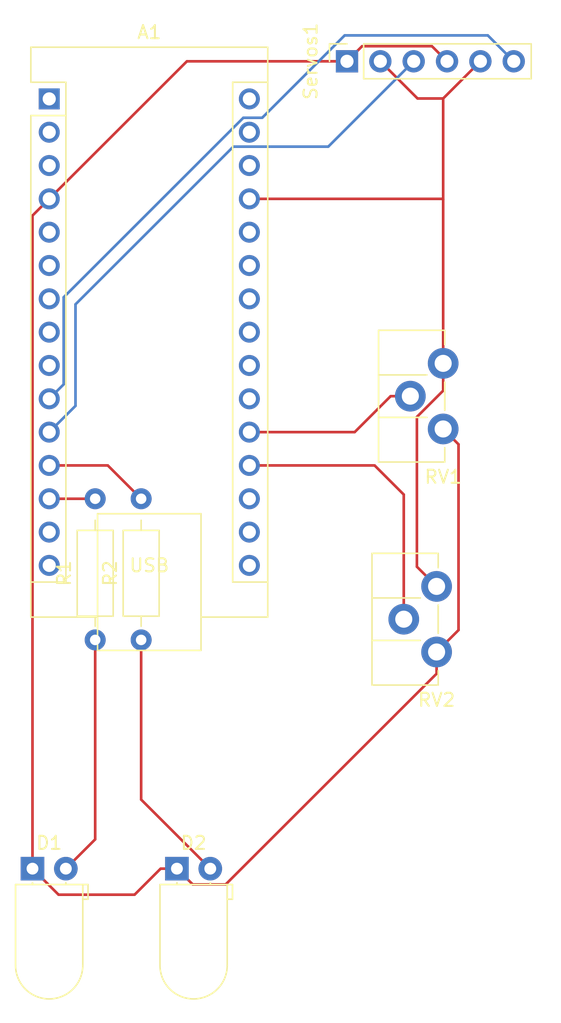
<source format=kicad_pcb>
(kicad_pcb (version 20241229) (generator "pcbnew") (generator_version "9.0")
  (title_block (title "Morphing wing PCB") (date "2025-03-15") (rev "v1") (comment 1 "Email: o.meszaros@student.unsw.edu.au") (comment 2 "zID: z5636164") (comment 3 "Designed by Oskar Meszaros"))
  (layers (0 "F.Cu" signal) (2 "B.Cu" signal) (13 "F.Paste" user) (15 "B.Paste" user) (5 "F.SilkS" user "F.Silkscreen") (7 "B.SilkS" user "B.Silkscreen") (1 "F.Mask" user) (3 "B.Mask" user) (25 "Edge.Cuts" user))
  (net 0 "")
  (net 3 "Net-(A1-D9)")
  (net 4 "Net-(A1-A0)")
  (net 11 "/GND")
  (net 12 "Net-(A1-A1)")
  (net 13 "/PWM")
  (net 17 "/Vcc")
  (net 21 "Net-(A1-D10)")
  (net 30 "Net-(D1-A)")
  (net 31 "Net-(D2-A)")
  (footprint "Resistor_THT:R_Axial_DIN0207_L6.3mm_D2.5mm_P10.16mm_Horizontal" (layer "F.Cu") (at 24 64.08 90)
    (property "Reference" "R1" (at 5.08 -2.37 90) (layer "F.SilkS"))
    (property "Value" "200")
    (fp_line (start 8.35 -1.37) (end 1.81 -1.37) (stroke (width 0.12)) (layer "F.SilkS"))
    (fp_line (start 1.81 -1.37) (end 1.81 1.37) (stroke (width 0.12)) (layer "F.SilkS"))
    (fp_line (start 9.12 0) (end 8.35 0) (stroke (width 0.12)) (layer "F.SilkS"))
    (fp_line (start 1.04 0) (end 1.81 0) (stroke (width 0.12)) (layer "F.SilkS"))
    (fp_line (start 8.35 1.37) (end 8.35 -1.37) (stroke (width 0.12)) (layer "F.SilkS"))
    (fp_line (start 1.81 1.37) (end 8.35 1.37) (stroke (width 0.12)) (layer "F.SilkS"))
    (pad "1" thru_hole circle (at 0 0 90) (size 1.6 1.6) (drill 0.8) (layers "*.Cu" "*.Mask") (net 30 "Net-(D1-A)"))
    (pad "2" thru_hole oval (at 10.76 0 90) (size 1.6 1.6) (drill 0.8) (layers "*.Cu" "*.Mask") (net 21 "Net-(A1-D10)"))
  )
  (footprint "LED_THT:LED_D5.0mm_Horizontal_O1.27mm_Z9.0mm" (layer "F.Cu") (at 30.225 81.515)
    (property "Reference" "D2" (at 1.27 -1.96 0) (layer "F.SilkS"))
    (property "Value" "Indicator LED")
    (fp_line (start -1.29 1.21) (end -1.29 7.37) (stroke (width 0.12)) (layer "F.SilkS"))
    (fp_line (start -1.29 1.21) (end 3.83 1.21) (stroke (width 0.12)) (layer "F.SilkS"))
    (fp_line (start 0 1.08) (end 0 1.08) (stroke (width 0.12)) (layer "F.SilkS"))
    (fp_line (start 0 1.08) (end 0 1.21) (stroke (width 0.12)) (layer "F.SilkS"))
    (fp_line (start 0 1.21) (end 0 1.08) (stroke (width 0.12)) (layer "F.SilkS"))
    (fp_line (start 0 1.21) (end 0 1.21) (stroke (width 0.12)) (layer "F.SilkS"))
    (fp_line (start 2.54 1.08) (end 2.54 1.08) (stroke (width 0.12)) (layer "F.SilkS"))
    (fp_line (start 2.54 1.08) (end 2.54 1.21) (stroke (width 0.12)) (layer "F.SilkS"))
    (fp_line (start 2.54 1.21) (end 2.54 1.08) (stroke (width 0.12)) (layer "F.SilkS"))
    (fp_line (start 2.54 1.21) (end 2.54 1.21) (stroke (width 0.12)) (layer "F.SilkS"))
    (fp_line (start 3.83 1.21) (end 3.83 7.37) (stroke (width 0.12)) (layer "F.SilkS"))
    (fp_line (start 3.83 1.21) (end 4.23 1.21) (stroke (width 0.12)) (layer "F.SilkS"))
    (fp_line (start 3.83 2.33) (end 3.83 1.21) (stroke (width 0.12)) (layer "F.SilkS"))
    (fp_line (start 4.23 1.21) (end 4.23 2.33) (stroke (width 0.12)) (layer "F.SilkS"))
    (fp_line (start 4.23 2.33) (end 3.83 2.33) (stroke (width 0.12)) (layer "F.SilkS"))
    (fp_arc (start 3.83 7.37) (mid 1.27 9.93) (end -1.29 7.37) (stroke (width 0.12)) (layer "F.SilkS"))
    (pad "1" thru_hole rect (at 0 0) (size 1.8 1.8) (drill 0.9) (layers "*.Cu" "*.Mask") (net 11 "/GND"))
    (pad "2" thru_hole circle (at 2.54 0) (size 1.8 1.8) (drill 0.9) (layers "*.Cu" "*.Mask") (net 31 "Net-(D2-A)"))
  )
  (footprint "Potentiometer_THT:Potentiometer_ACP_CA9-H2,5_Horizontal" (layer "F.Cu") (at 50.5 48 180)
    (property "Reference" "RV1" (at 0 -3.65 0) (layer "F.SilkS"))
    (property "Value" "R_Potentiometer_Trim")
    (fp_line (start 4.92 0.88) (end 4.92 4.12) (stroke (width 0.12)) (layer "F.SilkS"))
    (fp_line (start 4.92 -2.521) (end 4.92 7.52) (stroke (width 0.12)) (layer "F.SilkS"))
    (fp_line (start 1.237 4.12) (end 4.92 4.12) (stroke (width 0.12)) (layer "F.SilkS"))
    (fp_line (start 1.237 0.88) (end 4.92 0.88) (stroke (width 0.12)) (layer "F.SilkS"))
    (fp_line (start -0.121 7.52) (end 4.92 7.52) (stroke (width 0.12)) (layer "F.SilkS"))
    (fp_line (start -0.121 6.425) (end -0.121 7.52) (stroke (width 0.12)) (layer "F.SilkS"))
    (fp_line (start -0.121 1.426) (end -0.121 3.575) (stroke (width 0.12)) (layer "F.SilkS"))
    (fp_line (start -0.121 1.426) (end -0.121 3.575) (stroke (width 0.12)) (layer "F.SilkS"))
    (fp_line (start -0.121 -2.521) (end 4.92 -2.521) (stroke (width 0.12)) (layer "F.SilkS"))
    (fp_line (start -0.121 -2.521) (end -0.121 -1.426) (stroke (width 0.12)) (layer "F.SilkS"))
    (pad "1" thru_hole circle (at 0 0 180) (size 2.34 2.34) (drill 1.3) (layers "*.Cu" "*.Mask") (net 11 "/GND"))
    (pad "2" thru_hole circle (at 2.5 2.5 180) (size 2.34 2.34) (drill 1.3) (layers "*.Cu" "*.Mask") (net 12 "Net-(A1-A1)"))
    (pad "3" thru_hole circle (at 0 5 180) (size 2.34 2.34) (drill 1.3) (layers "*.Cu" "*.Mask") (net 17 "/Vcc"))
  )
  (footprint "Connector_PinSocket_2.54mm:PinSocket_1x06_P2.54mm_Vertical" (layer "F.Cu") (at 43.175 19.975 90)
    (property "Reference" "Servos1" (at 0 -2.77 90) (layer "F.SilkS"))
    (property "Value" "Conn_01x06")
    (fp_line (start 1.33 -1.33) (end 1.33 0) (stroke (width 0.12)) (layer "F.SilkS"))
    (fp_line (start 0 -1.33) (end 1.33 -1.33) (stroke (width 0.12)) (layer "F.SilkS"))
    (fp_line (start 1.33 1.27) (end 1.33 14.03) (stroke (width 0.12)) (layer "F.SilkS"))
    (fp_line (start -1.33 1.27) (end 1.33 1.27) (stroke (width 0.12)) (layer "F.SilkS"))
    (fp_line (start -1.33 1.27) (end -1.33 14.03) (stroke (width 0.12)) (layer "F.SilkS"))
    (fp_line (start -1.33 14.03) (end 1.33 14.03) (stroke (width 0.12)) (layer "F.SilkS"))
    (pad "1" thru_hole rect (at 0 0 90) (size 1.7 1.7) (drill 1) (layers "*.Cu" "*.Mask") (net 11 "/GND"))
    (pad "2" thru_hole oval (at 0 2.54 90) (size 1.7 1.7) (drill 1) (layers "*.Cu" "*.Mask") (net 17 "/Vcc"))
    (pad "3" thru_hole oval (at 0 5.08 90) (size 1.7 1.7) (drill 1) (layers "*.Cu" "*.Mask") (net 13 "/PWM"))
    (pad "4" thru_hole oval (at 0 7.62 90) (size 1.7 1.7) (drill 1) (layers "*.Cu" "*.Mask") (net 11 "/GND"))
    (pad "5" thru_hole oval (at 0 10.16 90) (size 1.7 1.7) (drill 1) (layers "*.Cu" "*.Mask") (net 17 "/Vcc"))
    (pad "6" thru_hole oval (at 0 12.7 90) (size 1.7 1.7) (drill 1) (layers "*.Cu" "*.Mask") (net 13 "/PWM"))
  )
  (footprint "Module:Arduino_Nano" (layer "F.Cu") (at 20.5 22.84)
    (property "Reference" "A1" (at 7.62 -5.08 0) (layer "F.SilkS"))
    (property "Value" "Arduino_Nano_v2.x")
    (fp_line (start -1.4 -3.94) (end -1.4 -1.27) (stroke (width 0.12)) (layer "F.SilkS"))
    (fp_line (start -1.4 1.27) (end -1.4 39.5) (stroke (width 0.12)) (layer "F.SilkS"))
    (fp_line (start -1.4 39.5) (end 3.68 39.5) (stroke (width 0.12)) (layer "F.SilkS"))
    (fp_line (start 1.27 -1.27) (end -1.4 -1.27) (stroke (width 0.12)) (layer "F.SilkS"))
    (fp_line (start 1.27 1.27) (end -1.4 1.27) (stroke (width 0.12)) (layer "F.SilkS"))
    (fp_line (start 1.27 1.27) (end 1.27 -1.27) (stroke (width 0.12)) (layer "F.SilkS"))
    (fp_line (start 1.27 1.27) (end 1.27 36.83) (stroke (width 0.12)) (layer "F.SilkS"))
    (fp_line (start 1.27 36.83) (end -1.4 36.83) (stroke (width 0.12)) (layer "F.SilkS"))
    (fp_line (start 3.68 31.62) (end 11.56 31.62) (stroke (width 0.12)) (layer "F.SilkS"))
    (fp_line (start 3.68 42.04) (end 3.68 31.62) (stroke (width 0.12)) (layer "F.SilkS"))
    (fp_line (start 11.56 31.62) (end 11.56 42.04) (stroke (width 0.12)) (layer "F.SilkS"))
    (fp_line (start 11.56 42.04) (end 3.68 42.04) (stroke (width 0.12)) (layer "F.SilkS"))
    (fp_line (start 13.97 -1.27) (end 13.97 36.83) (stroke (width 0.12)) (layer "F.SilkS"))
    (fp_line (start 13.97 -1.27) (end 16.64 -1.27) (stroke (width 0.12)) (layer "F.SilkS"))
    (fp_line (start 13.97 36.83) (end 16.64 36.83) (stroke (width 0.12)) (layer "F.SilkS"))
    (fp_line (start 16.64 -3.94) (end -1.4 -3.94) (stroke (width 0.12)) (layer "F.SilkS"))
    (fp_line (start 16.64 39.5) (end 11.56 39.5) (stroke (width 0.12)) (layer "F.SilkS"))
    (fp_line (start 16.64 39.5) (end 16.64 -3.94) (stroke (width 0.12)) (layer "F.SilkS"))
    (fp_text user "USB" (at 7.62 35.56 0) (layer "F.SilkS"))
    (pad "1" thru_hole rect (at 0 0) (size 1.6 1.6) (drill 1) (layers "*.Cu" "*.Mask"))
    (pad "2" thru_hole oval (at 0 2.54) (size 1.6 1.6) (drill 1) (layers "*.Cu" "*.Mask"))
    (pad "3" thru_hole oval (at 0 5.08) (size 1.6 1.6) (drill 1) (layers "*.Cu" "*.Mask"))
    (pad "4" thru_hole oval (at 0 7.62) (size 1.6 1.6) (drill 1) (layers "*.Cu" "*.Mask") (net 11 "/GND"))
    (pad "5" thru_hole oval (at 0 10.16) (size 1.6 1.6) (drill 1) (layers "*.Cu" "*.Mask"))
    (pad "6" thru_hole oval (at 0 12.7) (size 1.6 1.6) (drill 1) (layers "*.Cu" "*.Mask"))
    (pad "7" thru_hole oval (at 0 15.24) (size 1.6 1.6) (drill 1) (layers "*.Cu" "*.Mask"))
    (pad "8" thru_hole oval (at 0 17.78) (size 1.6 1.6) (drill 1) (layers "*.Cu" "*.Mask"))
    (pad "9" thru_hole oval (at 0 20.32) (size 1.6 1.6) (drill 1) (layers "*.Cu" "*.Mask"))
    (pad "10" thru_hole oval (at 0 22.86) (size 1.6 1.6) (drill 1) (layers "*.Cu" "*.Mask") (net 13 "/PWM"))
    (pad "11" thru_hole oval (at 0 25.4) (size 1.6 1.6) (drill 1) (layers "*.Cu" "*.Mask") (net 13 "/PWM"))
    (pad "12" thru_hole oval (at 0 27.94) (size 1.6 1.6) (drill 1) (layers "*.Cu" "*.Mask") (net 3 "Net-(A1-D9)"))
    (pad "13" thru_hole oval (at 0 30.48) (size 1.6 1.6) (drill 1) (layers "*.Cu" "*.Mask") (net 21 "Net-(A1-D10)"))
    (pad "14" thru_hole oval (at 0 33.02) (size 1.6 1.6) (drill 1) (layers "*.Cu" "*.Mask"))
    (pad "15" thru_hole oval (at 0 35.56) (size 1.6 1.6) (drill 1) (layers "*.Cu" "*.Mask"))
    (pad "16" thru_hole oval (at 15.24 35.56) (size 1.6 1.6) (drill 1) (layers "*.Cu" "*.Mask"))
    (pad "17" thru_hole oval (at 15.24 33.02) (size 1.6 1.6) (drill 1) (layers "*.Cu" "*.Mask"))
    (pad "18" thru_hole oval (at 15.24 30.48) (size 1.6 1.6) (drill 1) (layers "*.Cu" "*.Mask"))
    (pad "19" thru_hole oval (at 15.24 27.94) (size 1.6 1.6) (drill 1) (layers "*.Cu" "*.Mask") (net 4 "Net-(A1-A0)"))
    (pad "20" thru_hole oval (at 15.24 25.4) (size 1.6 1.6) (drill 1) (layers "*.Cu" "*.Mask") (net 12 "Net-(A1-A1)"))
    (pad "21" thru_hole oval (at 15.24 22.86) (size 1.6 1.6) (drill 1) (layers "*.Cu" "*.Mask"))
    (pad "22" thru_hole oval (at 15.24 20.32) (size 1.6 1.6) (drill 1) (layers "*.Cu" "*.Mask"))
    (pad "23" thru_hole oval (at 15.24 17.78) (size 1.6 1.6) (drill 1) (layers "*.Cu" "*.Mask"))
    (pad "24" thru_hole oval (at 15.24 15.24) (size 1.6 1.6) (drill 1) (layers "*.Cu" "*.Mask"))
    (pad "25" thru_hole oval (at 15.24 12.7) (size 1.6 1.6) (drill 1) (layers "*.Cu" "*.Mask"))
    (pad "26" thru_hole oval (at 15.24 10.16) (size 1.6 1.6) (drill 1) (layers "*.Cu" "*.Mask"))
    (pad "27" thru_hole oval (at 15.24 7.62) (size 1.6 1.6) (drill 1) (layers "*.Cu" "*.Mask") (net 17 "/Vcc"))
    (pad "28" thru_hole oval (at 15.24 5.08) (size 1.6 1.6) (drill 1) (layers "*.Cu" "*.Mask"))
    (pad "29" thru_hole oval (at 15.24 2.54) (size 1.6 1.6) (drill 1) (layers "*.Cu" "*.Mask"))
    (pad "30" thru_hole oval (at 15.24 0) (size 1.6 1.6) (drill 1) (layers "*.Cu" "*.Mask"))
  )
  (footprint "Resistor_THT:R_Axial_DIN0207_L6.3mm_D2.5mm_P10.16mm_Horizontal" (layer "F.Cu") (at 27.5 64.08 90)
    (property "Reference" "R2" (at 5.08 -2.37 90) (layer "F.SilkS"))
    (property "Value" "160")
    (fp_line (start 8.35 -1.37) (end 1.81 -1.37) (stroke (width 0.12)) (layer "F.SilkS"))
    (fp_line (start 1.81 -1.37) (end 1.81 1.37) (stroke (width 0.12)) (layer "F.SilkS"))
    (fp_line (start 9.12 0) (end 8.35 0) (stroke (width 0.12)) (layer "F.SilkS"))
    (fp_line (start 1.04 0) (end 1.81 0) (stroke (width 0.12)) (layer "F.SilkS"))
    (fp_line (start 8.35 1.37) (end 8.35 -1.37) (stroke (width 0.12)) (layer "F.SilkS"))
    (fp_line (start 1.81 1.37) (end 8.35 1.37) (stroke (width 0.12)) (layer "F.SilkS"))
    (pad "1" thru_hole circle (at 0 0 90) (size 1.6 1.6) (drill 0.8) (layers "*.Cu" "*.Mask") (net 31 "Net-(D2-A)"))
    (pad "2" thru_hole oval (at 10.76 0 90) (size 1.6 1.6) (drill 0.8) (layers "*.Cu" "*.Mask") (net 3 "Net-(A1-D9)"))
  )
  (footprint "Potentiometer_THT:Potentiometer_ACP_CA9-H2,5_Horizontal" (layer "F.Cu") (at 50 65 180)
    (property "Reference" "RV2" (at 0 -3.65 0) (layer "F.SilkS"))
    (property "Value" "R_Potentiometer_Trim")
    (fp_line (start 4.92 0.88) (end 4.92 4.12) (stroke (width 0.12)) (layer "F.SilkS"))
    (fp_line (start 4.92 -2.521) (end 4.92 7.52) (stroke (width 0.12)) (layer "F.SilkS"))
    (fp_line (start 1.237 4.12) (end 4.92 4.12) (stroke (width 0.12)) (layer "F.SilkS"))
    (fp_line (start 1.237 0.88) (end 4.92 0.88) (stroke (width 0.12)) (layer "F.SilkS"))
    (fp_line (start -0.121 7.52) (end 4.92 7.52) (stroke (width 0.12)) (layer "F.SilkS"))
    (fp_line (start -0.121 6.425) (end -0.121 7.52) (stroke (width 0.12)) (layer "F.SilkS"))
    (fp_line (start -0.121 1.426) (end -0.121 3.575) (stroke (width 0.12)) (layer "F.SilkS"))
    (fp_line (start -0.121 1.426) (end -0.121 3.575) (stroke (width 0.12)) (layer "F.SilkS"))
    (fp_line (start -0.121 -2.521) (end 4.92 -2.521) (stroke (width 0.12)) (layer "F.SilkS"))
    (fp_line (start -0.121 -2.521) (end -0.121 -1.426) (stroke (width 0.12)) (layer "F.SilkS"))
    (pad "1" thru_hole circle (at 0 0 180) (size 2.34 2.34) (drill 1.3) (layers "*.Cu" "*.Mask") (net 11 "/GND"))
    (pad "2" thru_hole circle (at 2.5 2.5 180) (size 2.34 2.34) (drill 1.3) (layers "*.Cu" "*.Mask") (net 4 "Net-(A1-A0)"))
    (pad "3" thru_hole circle (at 0 5 180) (size 2.34 2.34) (drill 1.3) (layers "*.Cu" "*.Mask") (net 17 "/Vcc"))
  )
  (footprint "LED_THT:LED_D5.0mm_Horizontal_O1.27mm_Z9.0mm" (layer "F.Cu") (at 19.225 81.515)
    (property "Reference" "D1" (at 1.27 -1.96 0) (layer "F.SilkS"))
    (property "Value" "Fault LED")
    (fp_line (start -1.29 1.21) (end -1.29 7.37) (stroke (width 0.12)) (layer "F.SilkS"))
    (fp_line (start -1.29 1.21) (end 3.83 1.21) (stroke (width 0.12)) (layer "F.SilkS"))
    (fp_line (start 0 1.08) (end 0 1.08) (stroke (width 0.12)) (layer "F.SilkS"))
    (fp_line (start 0 1.08) (end 0 1.21) (stroke (width 0.12)) (layer "F.SilkS"))
    (fp_line (start 0 1.21) (end 0 1.08) (stroke (width 0.12)) (layer "F.SilkS"))
    (fp_line (start 0 1.21) (end 0 1.21) (stroke (width 0.12)) (layer "F.SilkS"))
    (fp_line (start 2.54 1.08) (end 2.54 1.08) (stroke (width 0.12)) (layer "F.SilkS"))
    (fp_line (start 2.54 1.08) (end 2.54 1.21) (stroke (width 0.12)) (layer "F.SilkS"))
    (fp_line (start 2.54 1.21) (end 2.54 1.08) (stroke (width 0.12)) (layer "F.SilkS"))
    (fp_line (start 2.54 1.21) (end 2.54 1.21) (stroke (width 0.12)) (layer "F.SilkS"))
    (fp_line (start 3.83 1.21) (end 3.83 7.37) (stroke (width 0.12)) (layer "F.SilkS"))
    (fp_line (start 3.83 1.21) (end 4.23 1.21) (stroke (width 0.12)) (layer "F.SilkS"))
    (fp_line (start 3.83 2.33) (end 3.83 1.21) (stroke (width 0.12)) (layer "F.SilkS"))
    (fp_line (start 4.23 1.21) (end 4.23 2.33) (stroke (width 0.12)) (layer "F.SilkS"))
    (fp_line (start 4.23 2.33) (end 3.83 2.33) (stroke (width 0.12)) (layer "F.SilkS"))
    (fp_arc (start 3.83 7.37) (mid 1.27 9.93) (end -1.29 7.37) (stroke (width 0.12)) (layer "F.SilkS"))
    (pad "1" thru_hole rect (at 0 0) (size 1.8 1.8) (drill 0.9) (layers "*.Cu" "*.Mask") (net 11 "/GND"))
    (pad "2" thru_hole circle (at 2.54 0) (size 1.8 1.8) (drill 0.9) (layers "*.Cu" "*.Mask") (net 30 "Net-(D1-A)"))
  )
  (segment (start 27.5 53.32) (end 24.96 50.78) (width 0.2) (layer "F.Cu") (net 3))
  (segment (start 24.96 50.78) (end 20.5 50.78) (width 0.2) (layer "F.Cu") (net 3))
  (segment (start 45.28 50.78) (end 35.74 50.78) (width 0.2) (layer "F.Cu") (net 4))
  (segment (start 47.5 62.5) (end 47.5 53) (width 0.2) (layer "F.Cu") (net 4))
  (segment (start 47.5 53) (end 45.28 50.78) (width 0.2) (layer "F.Cu") (net 4))
  (segment (start 44.326 18.824) (end 43.175 19.975) (width 0.2) (layer "F.Cu") (net 11))
  (segment (start 19.225 31.735) (end 20.5 30.46) (width 0.2) (layer "F.Cu") (net 11))
  (segment (start 30.225 81.515) (end 31.426 82.716) (width 0.2) (layer "F.Cu") (net 11))
  (segment (start 50 66.654629) (end 50 65) (width 0.2) (layer "F.Cu") (net 11))
  (segment (start 28.985 81.515) (end 27 83.5) (width 0.2) (layer "F.Cu") (net 11))
  (segment (start 30.225 81.515) (end 28.985 81.515) (width 0.2) (layer "F.Cu") (net 11))
  (segment (start 27 83.5) (end 21.21 83.5) (width 0.2) (layer "F.Cu") (net 11))
  (segment (start 19.225 81.515) (end 19.225 31.735) (width 0.2) (layer "F.Cu") (net 11))
  (segment (start 51.669999 63.330001) (end 51.669999 49.169999) (width 0.2) (layer "F.Cu") (net 11))
  (segment (start 51.669999 49.169999) (end 50.5 48) (width 0.2) (layer "F.Cu") (net 11))
  (segment (start 33.938629 82.716) (end 50 66.654629) (width 0.2) (layer "F.Cu") (net 11))
  (segment (start 50.795 19.975) (end 49.644 18.824) (width 0.2) (layer "F.Cu") (net 11))
  (segment (start 30.985 19.975) (end 20.5 30.46) (width 0.2) (layer "F.Cu") (net 11))
  (segment (start 43.175 19.975) (end 30.985 19.975) (width 0.2) (layer "F.Cu") (net 11))
  (segment (start 49.644 18.824) (end 44.326 18.824) (width 0.2) (layer "F.Cu") (net 11))
  (segment (start 21.21 83.5) (end 19.225 81.515) (width 0.2) (layer "F.Cu") (net 11))
  (segment (start 31.426 82.716) (end 33.938629 82.716) (width 0.2) (layer "F.Cu") (net 11))
  (segment (start 50 65) (end 51.669999 63.330001) (width 0.2) (layer "F.Cu") (net 11))
  (segment (start 46.5 45.5) (end 43.76 48.24) (width 0.2) (layer "F.Cu") (net 12))
  (segment (start 43.76 48.24) (end 35.74 48.24) (width 0.2) (layer "F.Cu") (net 12))
  (segment (start 48 45.5) (end 46.5 45.5) (width 0.2) (layer "F.Cu") (net 12))
  (segment (start 21.601 44.599) (end 20.5 45.7) (width 0.2) (layer "B.Cu") (net 13))
  (segment (start 53.9 18) (end 43 18) (width 0.2) (layer "B.Cu") (net 13))
  (segment (start 35.28395 24.279) (end 21.601 37.96195) (width 0.2) (layer "B.Cu") (net 13))
  (segment (start 55.875 19.975) (end 53.9 18) (width 0.2) (layer "B.Cu") (net 13))
  (segment (start 22.5 38.5) (end 34.519 26.481) (width 0.2) (layer "B.Cu") (net 13))
  (segment (start 21.601 37.96195) (end 21.601 44.599) (width 0.2) (layer "B.Cu") (net 13))
  (segment (start 20.5 48.24) (end 22.5 46.24) (width 0.2) (layer "B.Cu") (net 13))
  (segment (start 43 18) (end 36.721 24.279) (width 0.2) (layer "B.Cu") (net 13))
  (segment (start 36.721 24.279) (end 35.28395 24.279) (width 0.2) (layer "B.Cu") (net 13))
  (segment (start 34.519 26.481) (end 41.749 26.481) (width 0.2) (layer "B.Cu") (net 13))
  (segment (start 41.749 26.481) (end 48.255 19.975) (width 0.2) (layer "B.Cu") (net 13))
  (segment (start 22.5 46.24) (end 22.5 38.5) (width 0.2) (layer "B.Cu") (net 13))
  (segment (start 50.5 30.5) (end 50.5 22.81) (width 0.2) (layer "F.Cu") (net 17))
  (segment (start 50.5 22.81) (end 53.335 19.975) (width 0.2) (layer "F.Cu") (net 17))
  (segment (start 50.5 45.080309) (end 50.5 43) (width 0.2) (layer "F.Cu") (net 17))
  (segment (start 48.5 58.5) (end 48.5 47.080309) (width 0.2) (layer "F.Cu") (net 17))
  (segment (start 50.5 22.81) (end 48.55 22.81) (width 0.2) (layer "F.Cu") (net 17))
  (segment (start 50.46 30.46) (end 35.74 30.46) (width 0.2) (layer "F.Cu") (net 17))
  (segment (start 48.55 22.81) (end 45.715 19.975) (width 0.2) (layer "F.Cu") (net 17))
  (segment (start 48.5 47.080309) (end 50.5 45.080309) (width 0.2) (layer "F.Cu") (net 17))
  (segment (start 50.5 43) (end 50.5 30.5) (width 0.2) (layer "F.Cu") (net 17))
  (segment (start 50.5 30.5) (end 50.46 30.46) (width 0.2) (layer "F.Cu") (net 17))
  (segment (start 50 60) (end 48.5 58.5) (width 0.2) (layer "F.Cu") (net 17))
  (segment (start 24 53.32) (end 20.5 53.32) (width 0.2) (layer "F.Cu") (net 21))
  (segment (start 24 64.08) (end 24 79.28) (width 0.2) (layer "F.Cu") (net 30))
  (segment (start 24 79.28) (end 21.765 81.515) (width 0.2) (layer "F.Cu") (net 30))
  (segment (start 27.5 64.08) (end 27.5 76.25) (width 0.2) (layer "F.Cu") (net 31))
  (segment (start 27.5 76.25) (end 32.765 81.515) (width 0.2) (layer "F.Cu") (net 31))
)
</source>
